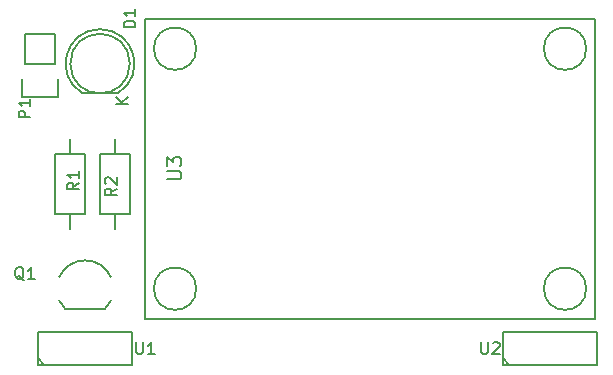
<source format=gbr>
G04 #@! TF.FileFunction,Legend,Top*
%FSLAX46Y46*%
G04 Gerber Fmt 4.6, Leading zero omitted, Abs format (unit mm)*
G04 Created by KiCad (PCBNEW 4.0.2+dfsg1-stable) date Sun 09 Apr 2017 07:28:00 PM CDT*
%MOMM*%
G01*
G04 APERTURE LIST*
%ADD10C,0.100000*%
%ADD11C,0.150000*%
G04 APERTURE END LIST*
D10*
D11*
X91694904Y-105354888D02*
G75*
G03X88670000Y-105370000I-1524904J2484888D01*
G01*
X91670000Y-105370000D02*
X88670000Y-105370000D01*
X92687936Y-102870000D02*
G75*
G03X92687936Y-102870000I-2517936J0D01*
G01*
X86712305Y-122916990D02*
G75*
G03X87200000Y-123620000I2187695J996990D01*
G01*
X91087695Y-122916990D02*
G75*
G02X90600000Y-123620000I-2187695J996990D01*
G01*
X87200000Y-123620000D02*
X90600000Y-123620000D01*
X86715121Y-120926873D02*
G75*
G02X88900000Y-119520000I2184879J-993127D01*
G01*
X91084879Y-120926873D02*
G75*
G03X88900000Y-119520000I-2184879J-993127D01*
G01*
X90170000Y-115570000D02*
X90170000Y-110490000D01*
X90170000Y-110490000D02*
X92710000Y-110490000D01*
X92710000Y-110490000D02*
X92710000Y-115570000D01*
X92710000Y-115570000D02*
X90170000Y-115570000D01*
X91440000Y-115570000D02*
X91440000Y-116840000D01*
X91440000Y-110490000D02*
X91440000Y-109220000D01*
X88900000Y-110490000D02*
X88900000Y-115570000D01*
X88900000Y-115570000D02*
X86360000Y-115570000D01*
X86360000Y-115570000D02*
X86360000Y-110490000D01*
X86360000Y-110490000D02*
X88900000Y-110490000D01*
X87630000Y-110490000D02*
X87630000Y-109220000D01*
X87630000Y-115570000D02*
X87630000Y-116840000D01*
X84899500Y-127800100D02*
X85399880Y-128399540D01*
X84899500Y-128399540D02*
X92900500Y-128399540D01*
X84899500Y-125600460D02*
X92900500Y-125600460D01*
X84899500Y-125600460D02*
X84899500Y-128399540D01*
X92900500Y-125600460D02*
X92900500Y-128399540D01*
X124269500Y-127800100D02*
X124769880Y-128399540D01*
X124269500Y-128399540D02*
X132270500Y-128399540D01*
X124269500Y-125600460D02*
X132270500Y-125600460D01*
X124269500Y-125600460D02*
X124269500Y-128399540D01*
X132270500Y-125600460D02*
X132270500Y-128399540D01*
X131336051Y-121920000D02*
G75*
G03X131336051Y-121920000I-1796051J0D01*
G01*
X131336051Y-101600000D02*
G75*
G03X131336051Y-101600000I-1796051J0D01*
G01*
X98316051Y-121920000D02*
G75*
G03X98316051Y-121920000I-1796051J0D01*
G01*
X98316051Y-101600000D02*
G75*
G03X98316051Y-101600000I-1796051J0D01*
G01*
X93980000Y-99060000D02*
X93980000Y-124460000D01*
X93980000Y-124460000D02*
X132080000Y-124460000D01*
X132080000Y-124460000D02*
X132080000Y-99060000D01*
X132080000Y-99060000D02*
X93980000Y-99060000D01*
X86640000Y-105690000D02*
X86640000Y-104140000D01*
X86360000Y-100330000D02*
X86360000Y-102870000D01*
X86360000Y-102870000D02*
X83820000Y-102870000D01*
X83540000Y-104140000D02*
X83540000Y-105690000D01*
X83540000Y-105690000D02*
X86640000Y-105690000D01*
X83820000Y-102870000D02*
X83820000Y-100330000D01*
X83820000Y-100330000D02*
X86360000Y-100330000D01*
X93162381Y-99798095D02*
X92162381Y-99798095D01*
X92162381Y-99560000D01*
X92210000Y-99417142D01*
X92305238Y-99321904D01*
X92400476Y-99274285D01*
X92590952Y-99226666D01*
X92733810Y-99226666D01*
X92924286Y-99274285D01*
X93019524Y-99321904D01*
X93114762Y-99417142D01*
X93162381Y-99560000D01*
X93162381Y-99798095D01*
X93162381Y-98274285D02*
X93162381Y-98845714D01*
X93162381Y-98560000D02*
X92162381Y-98560000D01*
X92305238Y-98655238D01*
X92400476Y-98750476D01*
X92448095Y-98845714D01*
X92527381Y-106306905D02*
X91527381Y-106306905D01*
X92527381Y-105735476D02*
X91955952Y-106164048D01*
X91527381Y-105735476D02*
X92098810Y-106306905D01*
X83724762Y-121197619D02*
X83629524Y-121150000D01*
X83534286Y-121054762D01*
X83391429Y-120911905D01*
X83296190Y-120864286D01*
X83200952Y-120864286D01*
X83248571Y-121102381D02*
X83153333Y-121054762D01*
X83058095Y-120959524D01*
X83010476Y-120769048D01*
X83010476Y-120435714D01*
X83058095Y-120245238D01*
X83153333Y-120150000D01*
X83248571Y-120102381D01*
X83439048Y-120102381D01*
X83534286Y-120150000D01*
X83629524Y-120245238D01*
X83677143Y-120435714D01*
X83677143Y-120769048D01*
X83629524Y-120959524D01*
X83534286Y-121054762D01*
X83439048Y-121102381D01*
X83248571Y-121102381D01*
X84629524Y-121102381D02*
X84058095Y-121102381D01*
X84343809Y-121102381D02*
X84343809Y-120102381D01*
X84248571Y-120245238D01*
X84153333Y-120340476D01*
X84058095Y-120388095D01*
X88392261Y-112947746D02*
X87916070Y-113281080D01*
X88392261Y-113519175D02*
X87392261Y-113519175D01*
X87392261Y-113138222D01*
X87439880Y-113042984D01*
X87487499Y-112995365D01*
X87582737Y-112947746D01*
X87725594Y-112947746D01*
X87820832Y-112995365D01*
X87868451Y-113042984D01*
X87916070Y-113138222D01*
X87916070Y-113519175D01*
X88392261Y-111995365D02*
X88392261Y-112566794D01*
X88392261Y-112281080D02*
X87392261Y-112281080D01*
X87535118Y-112376318D01*
X87630356Y-112471556D01*
X87677975Y-112566794D01*
X91582501Y-113445586D02*
X91106310Y-113778920D01*
X91582501Y-114017015D02*
X90582501Y-114017015D01*
X90582501Y-113636062D01*
X90630120Y-113540824D01*
X90677739Y-113493205D01*
X90772977Y-113445586D01*
X90915834Y-113445586D01*
X91011072Y-113493205D01*
X91058691Y-113540824D01*
X91106310Y-113636062D01*
X91106310Y-114017015D01*
X90677739Y-113064634D02*
X90630120Y-113017015D01*
X90582501Y-112921777D01*
X90582501Y-112683681D01*
X90630120Y-112588443D01*
X90677739Y-112540824D01*
X90772977Y-112493205D01*
X90868215Y-112493205D01*
X91011072Y-112540824D01*
X91582501Y-113112253D01*
X91582501Y-112493205D01*
X93218095Y-126452381D02*
X93218095Y-127261905D01*
X93265714Y-127357143D01*
X93313333Y-127404762D01*
X93408571Y-127452381D01*
X93599048Y-127452381D01*
X93694286Y-127404762D01*
X93741905Y-127357143D01*
X93789524Y-127261905D01*
X93789524Y-126452381D01*
X94789524Y-127452381D02*
X94218095Y-127452381D01*
X94503809Y-127452381D02*
X94503809Y-126452381D01*
X94408571Y-126595238D01*
X94313333Y-126690476D01*
X94218095Y-126738095D01*
X122428095Y-126452381D02*
X122428095Y-127261905D01*
X122475714Y-127357143D01*
X122523333Y-127404762D01*
X122618571Y-127452381D01*
X122809048Y-127452381D01*
X122904286Y-127404762D01*
X122951905Y-127357143D01*
X122999524Y-127261905D01*
X122999524Y-126452381D01*
X123428095Y-126547619D02*
X123475714Y-126500000D01*
X123570952Y-126452381D01*
X123809048Y-126452381D01*
X123904286Y-126500000D01*
X123951905Y-126547619D01*
X123999524Y-126642857D01*
X123999524Y-126738095D01*
X123951905Y-126880952D01*
X123380476Y-127452381D01*
X123999524Y-127452381D01*
X95862857Y-112674286D02*
X96834286Y-112674286D01*
X96948571Y-112617143D01*
X97005714Y-112560000D01*
X97062857Y-112445714D01*
X97062857Y-112217143D01*
X97005714Y-112102857D01*
X96948571Y-112045714D01*
X96834286Y-111988571D01*
X95862857Y-111988571D01*
X95862857Y-111531428D02*
X95862857Y-110788571D01*
X96320000Y-111188571D01*
X96320000Y-111017143D01*
X96377143Y-110902857D01*
X96434286Y-110845714D01*
X96548571Y-110788571D01*
X96834286Y-110788571D01*
X96948571Y-110845714D01*
X97005714Y-110902857D01*
X97062857Y-111017143D01*
X97062857Y-111360000D01*
X97005714Y-111474286D01*
X96948571Y-111531428D01*
X84272381Y-107418095D02*
X83272381Y-107418095D01*
X83272381Y-107037142D01*
X83320000Y-106941904D01*
X83367619Y-106894285D01*
X83462857Y-106846666D01*
X83605714Y-106846666D01*
X83700952Y-106894285D01*
X83748571Y-106941904D01*
X83796190Y-107037142D01*
X83796190Y-107418095D01*
X84272381Y-105894285D02*
X84272381Y-106465714D01*
X84272381Y-106180000D02*
X83272381Y-106180000D01*
X83415238Y-106275238D01*
X83510476Y-106370476D01*
X83558095Y-106465714D01*
M02*

</source>
